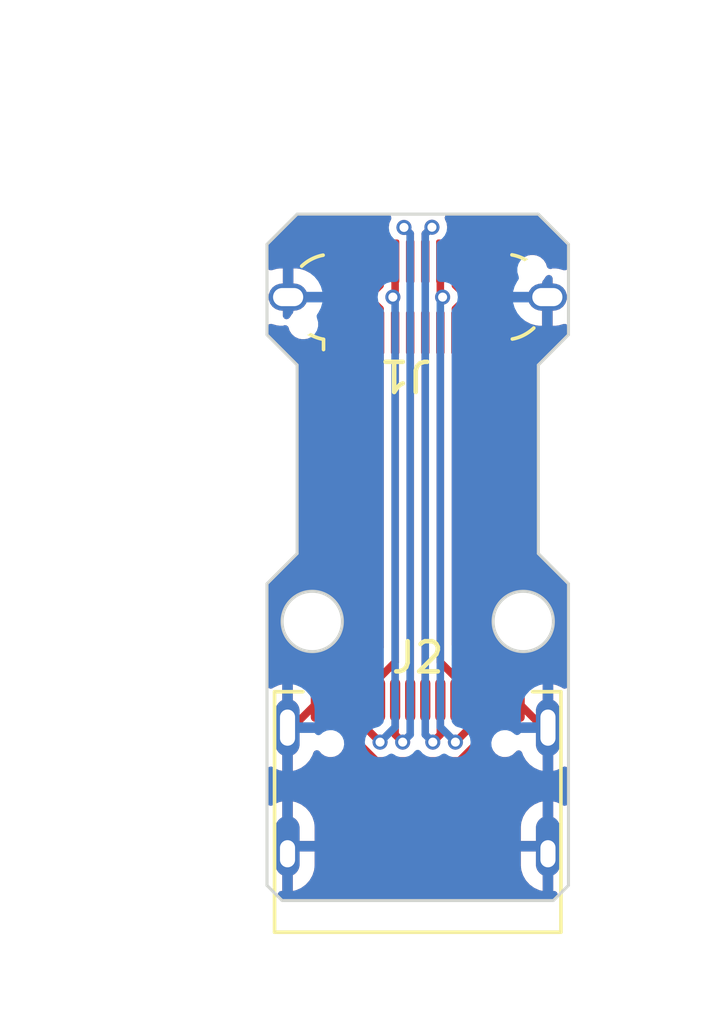
<source format=kicad_pcb>
(kicad_pcb (version 20221018) (generator pcbnew)
  (layers (0 "F.Cu" signal) (31 "B.Cu" signal) (34 "B.Paste" user) (35 "F.Paste" user) (36 "B.SilkS" user "B.Silkscreen") (37 "F.SilkS" user "F.Silkscreen") (38 "B.Mask" user) (39 "F.Mask" user) (44 "Edge.Cuts" user))
  (net 0 "")
  (net 1 "GND")
  (net 2 "VBUS")
  (net 3 "Net-(J1-CC1)")
  (net 4 "Net-(J1-D+-PadA6)")
  (net 5 "Net-(J1-D--PadA7)")
  (net 6 "Net-(J1-SBU1)")
  (net 7 "Net-(J1-CC2)")
  (net 8 "Net-(J1-D+-PadB6)")
  (net 9 "Net-(J1-D--PadB7)")
  (net 10 "Net-(J1-SBU2)")
  (footprint "suku_basics:USB_C_TYPEC-900L-ACP24" (layer "F.Cu") (at 100 95 -90)
    (fp_text reference "J1" (at 2.6 0.4 -180 unlocked) (layer "F.SilkS"))
    (fp_text value "USB_C_TYPE-C-32-M-12")
    (fp_line (start 1.74 3.125) (end 1.4 3.125) (stroke (width 0.12)) (layer "F.SilkS"))
    (fp_arc (start -1.4 -3.125) (mid -1.273005 -3.509003) (end -1.043045 -3.841725) (stroke (width 0.12)) (layer "F.SilkS"))
    (fp_arc (start -1.025 3.85) (mid -1.258743 3.520613) (end -1.389879 3.138598) (stroke (width 0.12)) (layer "F.SilkS"))
    (fp_arc (start 1.025 -3.85) (mid 1.258743 -3.520613) (end 1.389879 -3.138598) (stroke (width 0.12)) (layer "F.SilkS"))
    (fp_arc (start 1.4 3.125) (mid 1.273005 3.509003) (end 1.043045 3.841725) (stroke (width 0.12)) (layer "F.SilkS"))
    (pad "" np_thru_hole circle (at -0.9 -3.8 270) (size 0.75 0.75) (drill 0.75) (layers "F&B.Cu" "*.Mask"))
    (pad "" np_thru_hole circle (at 0.9 3.8 270) (size 0.75 0.75) (drill 0.75) (layers "F&B.Cu" "*.Mask"))
    (pad "A1" smd roundrect (at 1.18 2.75) (size 0.28 1.46) (layers "F.Cu" "F.Paste" "F.Mask") (net 1 "GND"))
    (pad "A2" smd roundrect (at 1.18 2.25) (size 0.28 1.46) (layers "F.Cu" "F.Paste" "F.Mask"))
    (pad "A3" smd roundrect (at 1.18 1.75) (size 0.28 1.46) (layers "F.Cu" "F.Paste" "F.Mask"))
    (pad "A4" smd roundrect (at 1.18 1.25) (size 0.28 1.46) (layers "F.Cu" "F.Paste" "F.Mask") (net 2 "VBUS"))
    (pad "A5" smd roundrect (at 1.18 0.75) (size 0.28 1.46) (layers "F.Cu" "F.Paste" "F.Mask") (net 3 "Net-(J1-CC1)"))
    (pad "A6" smd roundrect (at 1.18 0.25) (size 0.28 1.46) (layers "F.Cu" "F.Paste" "F.Mask") (net 4 "Net-(J1-D+-PadA6)"))
    (pad "A7" smd roundrect (at 1.18 -0.25) (size 0.28 1.46) (layers "F.Cu" "F.Paste" "F.Mask") (net 5 "Net-(J1-D--PadA7)"))
    (pad "A8" smd roundrect (at 1.18 -0.75) (size 0.28 1.46) (layers "F.Cu" "F.Paste" "F.Mask") (net 6 "Net-(J1-SBU1)"))
    (pad "A9" smd roundrect (at 1.18 -1.25) (size 0.28 1.46) (layers "F.Cu" "F.Paste" "F.Mask") (net 2 "VBUS"))
    (pad "A10" smd roundrect (at 1.18 -1.75) (size 0.28 1.46) (layers "F.Cu" "F.Paste" "F.Mask"))
    (pad "A11" smd roundrect (at 1.18 -2.25) (size 0.28 1.46) (layers "F.Cu" "F.Paste" "F.Mask"))
    (pad "A12" smd roundrect (at 1.18 -2.75) (size 0.28 1.46) (layers "F.Cu" "F.Paste" "F.Mask") (net 1 "GND"))
    (pad "B1" smd roundrect (at -1.18 -2.75 180) (size 0.28 1.46) (layers "F.Cu" "F.Paste" "F.Mask") (net 1 "GND"))
    (pad "B2" smd roundrect (at -1.18 -2.25 180) (size 0.28 1.46) (layers "F.Cu" "F.Paste" "F.Mask"))
    (pad "B3" smd roundrect (at -1.18 -1.75 180) (size 0.28 1.46) (layers "F.Cu" "F.Paste" "F.Mask"))
    (pad "B4" smd roundrect (at -1.18 -1.25 180) (size 0.28 1.46) (layers "F.Cu" "F.Paste" "F.Mask") (net 2 "VBUS"))
    (pad "B5" smd roundrect (at -1.18 -0.75 180) (size 0.28 1.46) (layers "F.Cu" "F.Paste" "F.Mask") (net 7 "Net-(J1-CC2)"))
    (pad "B6" smd roundrect (at -1.18 -0.25 180) (size 0.28 1.46) (layers "F.Cu" "F.Paste" "F.Mask") (net 8 "Net-(J1-D+-PadB6)"))
    (pad "B7" smd roundrect (at -1.18 0.25 180) (size 0.28 1.46) (layers "F.Cu" "F.Paste" "F.Mask") (net 9 "Net-(J1-D--PadB7)"))
    (pad "B8" smd roundrect (at -1.18 0.75 180) (size 0.28 1.46) (layers "F.Cu" "F.Paste" "F.Mask") (net 10 "Net-(J1-SBU2)"))
    (pad "B9" smd roundrect (at -1.18 1.25 180) (size 0.28 1.46) (layers "F.Cu" "F.Paste" "F.Mask") (net 2 "VBUS"))
    (pad "B10" smd roundrect (at -1.18 1.75 180) (size 0.28 1.46) (layers "F.Cu" "F.Paste" "F.Mask"))
    (pad "B11" smd roundrect (at -1.18 2.25 180) (size 0.28 1.46) (layers "F.Cu" "F.Paste" "F.Mask"))
    (pad "B12" smd roundrect (at -1.18 2.75 180) (size 0.28 1.46) (layers "F.Cu" "F.Paste" "F.Mask") (net 1 "GND"))
    (pad "S1" thru_hole roundrect (at 0 4.3 270) (size 0.9 1.3) (drill oval 0.6 1) (layers "*.Cu" "*.Mask") (roundrect_rratio 0.5) (net 1 "GND"))
    (pad "S2" thru_hole roundrect (at 0 -4.3 270) (size 0.9 1.3) (drill oval 0.6 1) (layers "*.Cu" "*.Mask") (roundrect_rratio 0.5) (net 1 "GND"))
  )
  (footprint "suku_basics:USB_C_Korean_Hroparts_TYPE-C-31-M-12" (layer "F.Cu") (at 100 111.25)
    (fp_text reference "J2" (at 0 -4.3) (layer "F.SilkS"))
    (fp_text value "USB_C_TYPE-C-32-M-12")
    (fp_line (start -4.75 -3.17) (end -4.75 4.8) (stroke (width 0.12)) (layer "F.SilkS"))
    (fp_line (start -4.75 -3.17) (end -3.81 -3.17) (stroke (width 0.12)) (layer "F.SilkS"))
    (fp_line (start -4.75 4.8) (end 4.75 4.8) (stroke (width 0.12)) (layer "F.SilkS"))
    (fp_line (start 3.81 -3.17) (end 4.75 -3.17) (stroke (width 0.12)) (layer "F.SilkS"))
    (fp_line (start 4.75 -3.17) (end 4.75 4.8) (stroke (width 0.12)) (layer "F.SilkS"))
    (pad "" np_thru_hole circle (at -2.89 -1.45) (size 0.65 0.65) (drill 0.65) (layers "*.Cu" "*.Mask"))
    (pad "" np_thru_hole circle (at 2.89 -1.45) (size 0.65 0.65) (drill 0.65) (layers "*.Cu" "*.Mask"))
    (pad "A1B12" smd roundrect (at -3.25 -2.895) (size 0.6 1.45) (layers "F.Cu" "F.Paste" "F.Mask") (net 1 "GND"))
    (pad "A4B9" smd roundrect (at -2.45 -2.895) (size 0.6 1.45) (layers "F.Cu" "F.Paste" "F.Mask") (net 2 "VBUS"))
    (pad "A5" smd roundrect (at -1.25 -2.895) (size 0.34 1.45) (layers "F.Cu" "F.Paste" "F.Mask") (roundrect_rratio 0.5) (net 3 "Net-(J1-CC1)"))
    (pad "A6" smd roundrect (at -0.25 -2.895) (size 0.34 1.45) (layers "F.Cu" "F.Paste" "F.Mask") (roundrect_rratio 0.5) (net 4 "Net-(J1-D+-PadA6)"))
    (pad "A7" smd roundrect (at 0.25 -2.895) (size 0.34 1.45) (layers "F.Cu" "F.Paste" "F.Mask") (roundrect_rratio 0.5) (net 5 "Net-(J1-D--PadA7)"))
    (pad "A8" smd roundrect (at 1.25 -2.895) (size 0.34 1.45) (layers "F.Cu" "F.Paste" "F.Mask") (roundrect_rratio 0.5) (net 6 "Net-(J1-SBU1)"))
    (pad "A9B4" smd roundrect (at 2.45 -2.895) (size 0.6 1.45) (layers "F.Cu" "F.Paste" "F.Mask") (net 2 "VBUS"))
    (pad "A12B1" smd roundrect (at 3.25 -2.895) (size 0.6 1.45) (layers "F.Cu" "F.Paste" "F.Mask") (net 1 "GND"))
    (pad "B5" smd roundrect (at 1.75 -2.895) (size 0.34 1.45) (layers "F.Cu" "F.Paste" "F.Mask") (roundrect_rratio 0.5) (net 7 "Net-(J1-CC2)"))
    (pad "B6" smd roundrect (at 0.75 -2.895) (size 0.34 1.45) (layers "F.Cu" "F.Paste" "F.Mask") (roundrect_rratio 0.5) (net 8 "Net-(J1-D+-PadB6)"))
    (pad "B7" smd roundrect (at -0.75 -2.895) (size 0.34 1.45) (layers "F.Cu" "F.Paste" "F.Mask") (roundrect_rratio 0.5) (net 9 "Net-(J1-D--PadB7)"))
    (pad "B8" smd roundrect (at -1.75 -2.895) (size 0.34 1.45) (layers "F.Cu" "F.Paste" "F.Mask") (roundrect_rratio 0.5) (net 10 "Net-(J1-SBU2)"))
    (pad "S1" thru_hole oval (at -4.32 -1.98) (size 0.8 1.9) (drill oval 0.5 1.2) (layers "*.Cu" "*.Mask" "F.Paste") (net 1 "GND"))
    (pad "S2" thru_hole oval (at 4.32 -1.98) (size 0.8 1.9) (drill oval 0.5 1.2) (layers "*.Cu" "*.Mask" "F.Paste") (net 1 "GND"))
    (pad "S3" thru_hole oval (at -4.32 2.2) (size 0.8 2) (drill oval 0.5 0.9 (offset 0 -0.25)) (layers "*.Cu" "*.Mask" "F.Paste") (net 1 "GND"))
    (pad "S4" thru_hole oval (at 4.32 2.2) (size 0.8 2) (drill oval 0.5 0.9 (offset 0 -0.25)) (layers "*.Cu" "*.Mask" "F.Paste") (net 1 "GND"))
  )
  (gr_line (start 104 103.5) (end 105 104.5) (stroke (width 0.1)) (layer "Edge.Cuts"))
  (gr_line (start 105 96.25) (end 104 97.25) (stroke (width 0.1)) (layer "Edge.Cuts"))
  (gr_line (start 105 114.5) (end 105 104.5) (stroke (width 0.1)) (layer "Edge.Cuts"))
  (gr_circle (center 103.5 105.75) (end 104.5 105.75) (stroke (width 0.1)) (fill none) (layer "Edge.Cuts"))
  (gr_line (start 95 104.5) (end 95 114.5) (stroke (width 0.1)) (layer "Edge.Cuts"))
  (gr_line (start 104 97.25) (end 104 103.5) (stroke (width 0.1)) (layer "Edge.Cuts"))
  (gr_line (start 105 93.25) (end 104 92.25) (stroke (width 0.1)) (layer "Edge.Cuts"))
  (gr_line (start 96 92.25) (end 95 93.25) (stroke (width 0.1)) (layer "Edge.Cuts"))
  (gr_line (start 95 96.25) (end 95 93.25) (stroke (width 0.1)) (layer "Edge.Cuts"))
  (gr_line (start 95 96.25) (end 96 97.25) (stroke (width 0.1)) (layer "Edge.Cuts"))
  (gr_line (start 95.5 115) (end 104.5 115) (stroke (width 0.1)) (layer "Edge.Cuts"))
  (gr_line (start 96 103.5) (end 95 104.5) (stroke (width 0.1)) (layer "Edge.Cuts"))
  (gr_line (start 105 96.25) (end 105 93.25) (stroke (width 0.1)) (layer "Edge.Cuts"))
  (gr_circle (center 96.5 105.75) (end 97.5 105.75) (stroke (width 0.1)) (fill none) (layer "Edge.Cuts"))
  (gr_line (start 96 103.5) (end 96 97.25) (stroke (width 0.1)) (layer "Edge.Cuts"))
  (gr_line (start 96 92.25) (end 104 92.25) (stroke (width 0.1)) (layer "Edge.Cuts"))
  (gr_line (start 104.5 115) (end 105 114.5) (stroke (width 0.1)) (layer "Edge.Cuts"))
  (gr_line (start 95 114.5) (end 95.5 115) (stroke (width 0.1)) (layer "Edge.Cuts"))
  (segment (start 95.835 109.27) (end 96.75 108.355) (width 0.25) (layer "F.Cu") (net 1))
  (segment (start 95.7 95) (end 97.25 95) (width 0.25) (layer "F.Cu") (net 1))
  (segment (start 104.32 109.27) (end 104.165 109.27) (width 0.25) (layer "F.Cu") (net 1))
  (segment (start 104.3 95) (end 102.75 95) (width 0.25) (layer "F.Cu") (net 1))
  (segment (start 104.165 109.27) (end 103.25 108.355) (width 0.25) (layer "F.Cu") (net 1))
  (segment (start 102.75 95) (end 102.75 96.18) (width 0.25) (layer "F.Cu") (net 1))
  (segment (start 97.25 95) (end 97.25 93.82) (width 0.25) (layer "F.Cu") (net 1))
  (segment (start 102.75 93.82) (end 102.75 95) (width 0.25) (layer "F.Cu") (net 1))
  (segment (start 97.25 96.18) (end 97.25 95) (width 0.25) (layer "F.Cu") (net 1))
  (segment (start 95.68 109.27) (end 95.835 109.27) (width 0.25) (layer "F.Cu") (net 1))
  (segment (start 101.38 110.37) (end 102.45 109.3) (width 0.25) (layer "F.Cu") (net 2))
  (segment (start 98.5 94.858614) (end 98.5 95.141386) (width 0.25) (layer "F.Cu") (net 2))
  (segment (start 97.55 108.355) (end 97.55 109.296231) (width 0.25) (layer "F.Cu") (net 2))
  (segment (start 102.45 107.7) (end 102.45 108.355) (width 0.25) (layer "F.Cu") (net 2))
  (segment (start 97.55 109.296231) (end 98.623769 110.37) (width 0.25) (layer "F.Cu") (net 2))
  (segment (start 97.55 107.799964) (end 97.55 108.355) (width 0.25) (layer "F.Cu") (net 2))
  (segment (start 101.25 96.18) (end 101.25 95.391386) (width 0.25) (layer "F.Cu") (net 2))
  (segment (start 101.25 106.5) (end 102.45 107.7) (width 0.25) (layer "F.Cu") (net 2))
  (segment (start 98.623769 110.37) (end 101.38 110.37) (width 0.25) (layer "F.Cu") (net 2))
  (segment (start 98.5 95.141386) (end 98.75 95.391386) (width 0.25) (layer "F.Cu") (net 2))
  (segment (start 98.75 95.391386) (end 98.75 96.18) (width 0.25) (layer "F.Cu") (net 2))
  (segment (start 101.25 96.18) (end 101.25 106.5) (width 0.25) (layer "F.Cu") (net 2))
  (segment (start 102.45 109.3) (end 102.45 108.355) (width 0.25) (layer "F.Cu") (net 2))
  (segment (start 101.25 94.608614) (end 101.25 93.82) (width 0.25) (layer "F.Cu") (net 2))
  (segment (start 98.75 106.599964) (end 97.55 107.799964) (width 0.25) (layer "F.Cu") (net 2))
  (segment (start 98.75 93.82) (end 98.75 94.608614) (width 0.25) (layer "F.Cu") (net 2))
  (segment (start 98.75 94.608614) (end 98.5 94.858614) (width 0.25) (layer "F.Cu") (net 2))
  (segment (start 101.5 94.858614) (end 101.25 94.608614) (width 0.25) (layer "F.Cu") (net 2))
  (segment (start 101.5 95.141386) (end 101.5 94.858614) (width 0.25) (layer "F.Cu") (net 2))
  (segment (start 98.75 96.18) (end 98.75 106.599964) (width 0.25) (layer "F.Cu") (net 2))
  (segment (start 101.25 95.391386) (end 101.5 95.141386) (width 0.25) (layer "F.Cu") (net 2))
  (segment (start 99.25 96.18) (end 99.25 107.099964) (width 0.25) (layer "F.Cu") (net 3))
  (segment (start 99.25 107.099964) (end 98.75 107.599964) (width 0.25) (layer "F.Cu") (net 3))
  (segment (start 98.75 107.599964) (end 98.75 108.355) (width 0.25) (layer "F.Cu") (net 3))
  (segment (start 99.75 96.18) (end 99.75 108.355) (width 0.25) (layer "F.Cu") (net 4))
  (segment (start 100.25 96.18) (end 100.25 108.355) (width 0.25) (layer "F.Cu") (net 5))
  (segment (start 100.75 107.099964) (end 101.25 107.599964) (width 0.25) (layer "F.Cu") (net 6))
  (segment (start 101.25 107.599964) (end 101.25 108.355) (width 0.25) (layer "F.Cu") (net 6))
  (segment (start 100.75 96.18) (end 100.75 107.099964) (width 0.25) (layer "F.Cu") (net 6))
  (segment (start 100.75 94.925591) (end 100.824932 95.000523) (width 0.25) (layer "F.Cu") (net 7))
  (segment (start 101.75 109.25) (end 101.25 109.75) (width 0.25) (layer "F.Cu") (net 7))
  (segment (start 100.75 93.82) (end 100.75 94.925591) (width 0.25) (layer "F.Cu") (net 7))
  (segment (start 101.75 108.355) (end 101.75 109.25) (width 0.25) (layer "F.Cu") (net 7))
  (via (at 101.25 109.75) (size 0.5) (drill 0.3) (layers "F.Cu" "B.Cu") (net 7))
  (via (at 100.824932 95.000523) (size 0.5) (drill 0.3) (layers "F.Cu" "B.Cu") (net 7))
  (segment (start 100.75 95.075455) (end 100.824932 95.000523) (width 0.25) (layer "B.Cu") (net 7))
  (segment (start 100.75 109.25) (end 100.75 95.075455) (width 0.25) (layer "B.Cu") (net 7))
  (segment (start 101.25 109.75) (end 100.75 109.25) (width 0.25) (layer "B.Cu") (net 7))
  (segment (start 100.25 92.905488) (end 100.25 93.82) (width 0.25) (layer "F.Cu") (net 8))
  (segment (start 100.75 109.5) (end 100.5 109.75) (width 0.25) (layer "F.Cu") (net 8))
  (segment (start 100.471166 92.684322) (end 100.25 92.905488) (width 0.25) (layer "F.Cu") (net 8))
  (segment (start 100.75 108.355) (end 100.75 109.5) (width 0.25) (layer "F.Cu") (net 8))
  (via (at 100.5 109.75) (size 0.5) (drill 0.3) (layers "F.Cu" "B.Cu") (net 8))
  (via (at 100.471166 92.684322) (size 0.5) (drill 0.3) (layers "F.Cu" "B.Cu") (net 8))
  (segment (start 100.5 109.75) (end 100.25 109.5) (width 0.25) (layer "B.Cu") (net 8))
  (segment (start 100.25 92.905488) (end 100.471166 92.684322) (width 0.25) (layer "B.Cu") (net 8))
  (segment (start 100.25 109.5) (end 100.25 92.905488) (width 0.25) (layer "B.Cu") (net 8))
  (segment (start 99.25 108.355) (end 99.25 109.5) (width 0.25) (layer "F.Cu") (net 9))
  (segment (start 99.75 92.897466) (end 99.75 93.82) (width 0.25) (layer "F.Cu") (net 9))
  (segment (start 99.543632 92.691098) (end 99.75 92.897466) (width 0.25) (layer "F.Cu") (net 9))
  (segment (start 99.25 109.5) (end 99.5 109.75) (width 0.25) (layer "F.Cu") (net 9))
  (via (at 99.5 109.75) (size 0.5) (drill 0.3) (layers "F.Cu" "B.Cu") (net 9))
  (via (at 99.543632 92.691098) (size 0.5) (drill 0.3) (layers "F.Cu" "B.Cu") (net 9))
  (segment (start 99.543632 92.691098) (end 99.75 92.897466) (width 0.25) (layer "B.Cu") (net 9))
  (segment (start 99.75 109.5) (end 99.5 109.75) (width 0.25) (layer "B.Cu") (net 9))
  (segment (start 99.75 109.5) (end 99.75 108.25) (width 0.25) (layer "B.Cu") (net 9))
  (segment (start 99.75 92.897466) (end 99.75 108.5) (width 0.25) (layer "B.Cu") (net 9))
  (segment (start 98.25 109.25) (end 98.75 109.75) (width 0.25) (layer "F.Cu") (net 10))
  (segment (start 99.25 93.82) (end 99.25 94.9255) (width 0.25) (layer "F.Cu") (net 10))
  (segment (start 98.25 108.355) (end 98.25 109.25) (width 0.25) (layer "F.Cu") (net 10))
  (segment (start 99.25 94.9255) (end 99.1755 95) (width 0.25) (layer "F.Cu") (net 10))
  (via (at 99.1755 95) (size 0.5) (drill 0.3) (layers "F.Cu" "B.Cu") (net 10))
  (via (at 98.75 109.75) (size 0.5) (drill 0.3) (layers "F.Cu" "B.Cu") (net 10))
  (segment (start 99.25 109.25) (end 98.75 109.75) (width 0.25) (layer "B.Cu") (net 10))
  (segment (start 99.1755 95) (end 99.25 95.0745) (width 0.25) (layer "B.Cu") (net 10))
  (segment (start 99.25 95.0745) (end 99.25 109.25) (width 0.25) (layer "B.Cu") (net 10))
  (zone (net 1) (net_name "GND") (layers "F&B.Cu") (connect_pads (clearance 0.25)) (min_thickness 0.25) (fill yes (thermal_gap 0.5) (thermal_bridge_width 0.35))
    (polygon (pts (xy 93 91) (xy 107 91) (xy 107 116) (xy 93 116)))
  )
)
</source>
